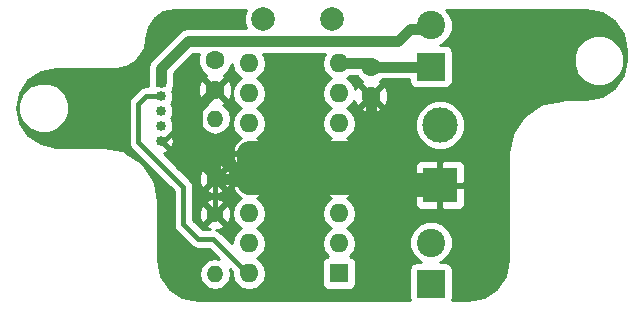
<source format=gtl>
G04 #@! TF.FileFunction,Copper,L1,Top,Signal*
%FSLAX46Y46*%
G04 Gerber Fmt 4.6, Leading zero omitted, Abs format (unit mm)*
G04 Created by KiCad (PCBNEW 4.0.7) date 07/04/19 18:57:09*
%MOMM*%
%LPD*%
G01*
G04 APERTURE LIST*
%ADD10C,0.100000*%
%ADD11C,1.400000*%
%ADD12O,1.400000X1.400000*%
%ADD13C,1.600000*%
%ADD14R,1.600000X1.600000*%
%ADD15O,1.600000X1.600000*%
%ADD16R,2.400000X2.400000*%
%ADD17C,2.400000*%
%ADD18R,0.850000X0.850000*%
%ADD19C,0.850000*%
%ADD20C,2.000000*%
%ADD21R,3.000000X3.000000*%
%ADD22C,3.000000*%
%ADD23C,2.032000*%
%ADD24C,0.914400*%
%ADD25C,0.406400*%
%ADD26C,0.254000*%
G04 APERTURE END LIST*
D10*
D11*
X190498000Y-68365000D03*
D12*
X190498000Y-73445000D03*
D11*
X190498000Y-65365000D03*
D12*
X190498000Y-60285000D03*
D13*
X203708000Y-55880000D03*
X203708000Y-58380000D03*
X190498000Y-55365000D03*
X190498000Y-57865000D03*
D14*
X200998000Y-73365000D03*
D15*
X193378000Y-55585000D03*
X200998000Y-70825000D03*
X193378000Y-58125000D03*
X200998000Y-68285000D03*
X193378000Y-60665000D03*
X200998000Y-65745000D03*
X193378000Y-63205000D03*
X200998000Y-63205000D03*
X193378000Y-65745000D03*
X200998000Y-60665000D03*
X193378000Y-68285000D03*
X200998000Y-58125000D03*
X193378000Y-70825000D03*
X200998000Y-55585000D03*
X193378000Y-73365000D03*
D16*
X208788000Y-55880000D03*
D17*
X208788000Y-52380000D03*
D18*
X185928000Y-57150000D03*
D19*
X185928000Y-58400000D03*
X185928000Y-59650000D03*
X185928000Y-60900000D03*
X185928000Y-62150000D03*
D20*
X194598000Y-51865000D03*
X200398000Y-51865000D03*
D16*
X208788000Y-74295000D03*
D17*
X208788000Y-70795000D03*
D21*
X209550000Y-65913000D03*
D22*
X209550000Y-60833000D03*
D23*
X204472000Y-64391000D02*
X205742000Y-64391000D01*
X207264000Y-65913000D02*
X209550000Y-65913000D01*
X205742000Y-64391000D02*
X207264000Y-65913000D01*
D24*
X203708000Y-58380000D02*
X203708000Y-60960000D01*
X203708000Y-60960000D02*
X200998000Y-63670000D01*
X200998000Y-63670000D02*
X200998000Y-63205000D01*
D25*
X185928000Y-62150000D02*
X186213000Y-62150000D01*
X186213000Y-62150000D02*
X188998000Y-59365000D01*
D24*
X190498000Y-65365000D02*
X192998000Y-65365000D01*
X192998000Y-65365000D02*
X193378000Y-65745000D01*
X190498000Y-57865000D02*
X188998000Y-59365000D01*
X190498000Y-64365000D02*
X190498000Y-65365000D01*
X188998000Y-62865000D02*
X190498000Y-64365000D01*
X188998000Y-59365000D02*
X188998000Y-62865000D01*
D25*
X190498000Y-64865000D02*
X190498000Y-65365000D01*
X192998000Y-65365000D02*
X193378000Y-65745000D01*
X190498000Y-68365000D02*
X190498000Y-65365000D01*
D23*
X200998000Y-65745000D02*
X200998000Y-63205000D01*
X193378000Y-65745000D02*
X193378000Y-63205000D01*
X200998000Y-65745000D02*
X203118000Y-65745000D01*
X203118000Y-65745000D02*
X204472000Y-64391000D01*
X204472000Y-64391000D02*
X204498000Y-64365000D01*
X200998000Y-63205000D02*
X203338000Y-63205000D01*
X203338000Y-63205000D02*
X204498000Y-64365000D01*
X193378000Y-65745000D02*
X200998000Y-65745000D01*
X200998000Y-63205000D02*
X193378000Y-63205000D01*
D24*
X208463000Y-52705000D02*
X207010000Y-52705000D01*
X205994000Y-53721000D02*
X207010000Y-52705000D01*
X185928000Y-56007000D02*
X185928000Y-57150000D01*
X188214000Y-53721000D02*
X185928000Y-56007000D01*
X205994000Y-53721000D02*
X188214000Y-53721000D01*
X208463000Y-52705000D02*
X208788000Y-52380000D01*
X200998000Y-55585000D02*
X203413000Y-55585000D01*
X203413000Y-55585000D02*
X203708000Y-55880000D01*
X203708000Y-55880000D02*
X208788000Y-55880000D01*
D25*
X193378000Y-73365000D02*
X193253000Y-73365000D01*
X193253000Y-73365000D02*
X190373000Y-70485000D01*
X184678000Y-58400000D02*
X185928000Y-58400000D01*
X184023000Y-59055000D02*
X184678000Y-58400000D01*
X184023000Y-62230000D02*
X184023000Y-59055000D01*
X187833000Y-66040000D02*
X184023000Y-62230000D01*
X187833000Y-69215000D02*
X187833000Y-66040000D01*
X189103000Y-70485000D02*
X187833000Y-69215000D01*
X190373000Y-70485000D02*
X189103000Y-70485000D01*
D26*
G36*
X192963284Y-51538352D02*
X192962716Y-52188795D01*
X193144523Y-52628800D01*
X188214000Y-52628800D01*
X187796033Y-52711939D01*
X187441698Y-52948698D01*
X185155698Y-55234698D01*
X184918939Y-55589033D01*
X184835800Y-56007000D01*
X184835800Y-57150000D01*
X184855560Y-57249340D01*
X184855560Y-57561800D01*
X184678000Y-57561800D01*
X184357235Y-57625604D01*
X184085303Y-57807303D01*
X183430303Y-58462303D01*
X183248604Y-58734234D01*
X183238751Y-58783770D01*
X183184800Y-59055000D01*
X183184800Y-62230000D01*
X183248604Y-62550766D01*
X183430303Y-62822697D01*
X186994800Y-66387194D01*
X186994800Y-69215000D01*
X187058604Y-69535766D01*
X187240303Y-69807697D01*
X188510303Y-71077697D01*
X188782234Y-71259396D01*
X189103000Y-71323200D01*
X190025806Y-71323200D01*
X190858076Y-72155470D01*
X190498000Y-72083846D01*
X189987118Y-72185467D01*
X189554012Y-72474858D01*
X189264621Y-72907964D01*
X189163000Y-73418846D01*
X189163000Y-73471154D01*
X189264621Y-73982036D01*
X189554012Y-74415142D01*
X189987118Y-74704533D01*
X190498000Y-74806154D01*
X191008882Y-74704533D01*
X191441988Y-74415142D01*
X191731379Y-73982036D01*
X191833000Y-73471154D01*
X191833000Y-73418846D01*
X191761376Y-73058770D01*
X191940225Y-73237619D01*
X191914887Y-73365000D01*
X192024120Y-73914151D01*
X192335189Y-74379698D01*
X192800736Y-74690767D01*
X193349887Y-74800000D01*
X193406113Y-74800000D01*
X193955264Y-74690767D01*
X194420811Y-74379698D01*
X194731880Y-73914151D01*
X194841113Y-73365000D01*
X194731880Y-72815849D01*
X194420811Y-72350302D01*
X194038725Y-72095000D01*
X194420811Y-71839698D01*
X194731880Y-71374151D01*
X194841113Y-70825000D01*
X194731880Y-70275849D01*
X194420811Y-69810302D01*
X194038725Y-69555000D01*
X194420811Y-69299698D01*
X194731880Y-68834151D01*
X194841113Y-68285000D01*
X199534887Y-68285000D01*
X199644120Y-68834151D01*
X199955189Y-69299698D01*
X200337275Y-69555000D01*
X199955189Y-69810302D01*
X199644120Y-70275849D01*
X199534887Y-70825000D01*
X199644120Y-71374151D01*
X199955189Y-71839698D01*
X200099465Y-71936101D01*
X199962683Y-71961838D01*
X199746559Y-72100910D01*
X199601569Y-72313110D01*
X199550560Y-72565000D01*
X199550560Y-74165000D01*
X199594838Y-74400317D01*
X199733910Y-74616441D01*
X199946110Y-74761431D01*
X200198000Y-74812440D01*
X201798000Y-74812440D01*
X202033317Y-74768162D01*
X202249441Y-74629090D01*
X202394431Y-74416890D01*
X202445440Y-74165000D01*
X202445440Y-72565000D01*
X202401162Y-72329683D01*
X202262090Y-72113559D01*
X202049890Y-71968569D01*
X201894911Y-71937185D01*
X202040811Y-71839698D01*
X202351880Y-71374151D01*
X202461113Y-70825000D01*
X202351880Y-70275849D01*
X202040811Y-69810302D01*
X201658725Y-69555000D01*
X202040811Y-69299698D01*
X202351880Y-68834151D01*
X202461113Y-68285000D01*
X202351880Y-67735849D01*
X202040811Y-67270302D01*
X201636297Y-67000014D01*
X201853134Y-66897389D01*
X202229041Y-66482423D01*
X202346534Y-66198750D01*
X207415000Y-66198750D01*
X207415000Y-67539309D01*
X207511673Y-67772698D01*
X207690301Y-67951327D01*
X207923690Y-68048000D01*
X209264250Y-68048000D01*
X209423000Y-67889250D01*
X209423000Y-66040000D01*
X209677000Y-66040000D01*
X209677000Y-67889250D01*
X209835750Y-68048000D01*
X211176310Y-68048000D01*
X211409699Y-67951327D01*
X211588327Y-67772698D01*
X211685000Y-67539309D01*
X211685000Y-66198750D01*
X211526250Y-66040000D01*
X209677000Y-66040000D01*
X209423000Y-66040000D01*
X207573750Y-66040000D01*
X207415000Y-66198750D01*
X202346534Y-66198750D01*
X202389904Y-66094039D01*
X202267915Y-65872000D01*
X201125000Y-65872000D01*
X201125000Y-65892000D01*
X200871000Y-65892000D01*
X200871000Y-65872000D01*
X199728085Y-65872000D01*
X199606096Y-66094039D01*
X199766959Y-66482423D01*
X200142866Y-66897389D01*
X200359703Y-67000014D01*
X199955189Y-67270302D01*
X199644120Y-67735849D01*
X199534887Y-68285000D01*
X194841113Y-68285000D01*
X194731880Y-67735849D01*
X194420811Y-67270302D01*
X194016297Y-67000014D01*
X194233134Y-66897389D01*
X194609041Y-66482423D01*
X194769904Y-66094039D01*
X194647915Y-65872000D01*
X193505000Y-65872000D01*
X193505000Y-65892000D01*
X193251000Y-65892000D01*
X193251000Y-65872000D01*
X192108085Y-65872000D01*
X191986096Y-66094039D01*
X192146959Y-66482423D01*
X192522866Y-66897389D01*
X192739703Y-67000014D01*
X192335189Y-67270302D01*
X192024120Y-67735849D01*
X191914887Y-68285000D01*
X192024120Y-68834151D01*
X192335189Y-69299698D01*
X192717275Y-69555000D01*
X192335189Y-69810302D01*
X192024120Y-70275849D01*
X191914887Y-70825000D01*
X191918982Y-70845588D01*
X190965697Y-69892303D01*
X190693766Y-69710604D01*
X190617687Y-69695471D01*
X190835440Y-69683664D01*
X191191831Y-69536042D01*
X191253669Y-69300275D01*
X190498000Y-68544605D01*
X189742331Y-69300275D01*
X189804169Y-69536042D01*
X190118748Y-69646800D01*
X189450194Y-69646800D01*
X188671200Y-68867806D01*
X188671200Y-68172122D01*
X189150581Y-68172122D01*
X189179336Y-68702440D01*
X189326958Y-69058831D01*
X189562725Y-69120669D01*
X190318395Y-68365000D01*
X190677605Y-68365000D01*
X191433275Y-69120669D01*
X191669042Y-69058831D01*
X191845419Y-68557878D01*
X191816664Y-68027560D01*
X191669042Y-67671169D01*
X191433275Y-67609331D01*
X190677605Y-68365000D01*
X190318395Y-68365000D01*
X189562725Y-67609331D01*
X189326958Y-67671169D01*
X189150581Y-68172122D01*
X188671200Y-68172122D01*
X188671200Y-67429725D01*
X189742331Y-67429725D01*
X190498000Y-68185395D01*
X191253669Y-67429725D01*
X191191831Y-67193958D01*
X190690878Y-67017581D01*
X190160560Y-67046336D01*
X189804169Y-67193958D01*
X189742331Y-67429725D01*
X188671200Y-67429725D01*
X188671200Y-66300275D01*
X189742331Y-66300275D01*
X189804169Y-66536042D01*
X190305122Y-66712419D01*
X190835440Y-66683664D01*
X191191831Y-66536042D01*
X191253669Y-66300275D01*
X190498000Y-65544605D01*
X189742331Y-66300275D01*
X188671200Y-66300275D01*
X188671200Y-66040000D01*
X188607396Y-65719235D01*
X188425697Y-65447303D01*
X188150516Y-65172122D01*
X189150581Y-65172122D01*
X189179336Y-65702440D01*
X189326958Y-66058831D01*
X189562725Y-66120669D01*
X190318395Y-65365000D01*
X190677605Y-65365000D01*
X191433275Y-66120669D01*
X191669042Y-66058831D01*
X191845419Y-65557878D01*
X191816664Y-65027560D01*
X191669042Y-64671169D01*
X191433275Y-64609331D01*
X190677605Y-65365000D01*
X190318395Y-65365000D01*
X189562725Y-64609331D01*
X189326958Y-64671169D01*
X189150581Y-65172122D01*
X188150516Y-65172122D01*
X187408119Y-64429725D01*
X189742331Y-64429725D01*
X190498000Y-65185395D01*
X191253669Y-64429725D01*
X191191831Y-64193958D01*
X190690878Y-64017581D01*
X190160560Y-64046336D01*
X189804169Y-64193958D01*
X189742331Y-64429725D01*
X187408119Y-64429725D01*
X186532433Y-63554039D01*
X191986096Y-63554039D01*
X192146959Y-63942423D01*
X192522866Y-64357389D01*
X192771367Y-64475000D01*
X192522866Y-64592611D01*
X192146959Y-65007577D01*
X191986096Y-65395961D01*
X192108085Y-65618000D01*
X193251000Y-65618000D01*
X193251000Y-63332000D01*
X193505000Y-63332000D01*
X193505000Y-65618000D01*
X194647915Y-65618000D01*
X194769904Y-65395961D01*
X194609041Y-65007577D01*
X194233134Y-64592611D01*
X193984633Y-64475000D01*
X194233134Y-64357389D01*
X194609041Y-63942423D01*
X194769904Y-63554039D01*
X199606096Y-63554039D01*
X199766959Y-63942423D01*
X200142866Y-64357389D01*
X200391367Y-64475000D01*
X200142866Y-64592611D01*
X199766959Y-65007577D01*
X199606096Y-65395961D01*
X199728085Y-65618000D01*
X200871000Y-65618000D01*
X200871000Y-63332000D01*
X201125000Y-63332000D01*
X201125000Y-65618000D01*
X202267915Y-65618000D01*
X202389904Y-65395961D01*
X202229041Y-65007577D01*
X201853134Y-64592611D01*
X201604633Y-64475000D01*
X201853134Y-64357389D01*
X201917177Y-64286691D01*
X207415000Y-64286691D01*
X207415000Y-65627250D01*
X207573750Y-65786000D01*
X209423000Y-65786000D01*
X209423000Y-63936750D01*
X209677000Y-63936750D01*
X209677000Y-65786000D01*
X211526250Y-65786000D01*
X211685000Y-65627250D01*
X211685000Y-64286691D01*
X211588327Y-64053302D01*
X211409699Y-63874673D01*
X211176310Y-63778000D01*
X209835750Y-63778000D01*
X209677000Y-63936750D01*
X209423000Y-63936750D01*
X209264250Y-63778000D01*
X207923690Y-63778000D01*
X207690301Y-63874673D01*
X207511673Y-64053302D01*
X207415000Y-64286691D01*
X201917177Y-64286691D01*
X202229041Y-63942423D01*
X202389904Y-63554039D01*
X202267915Y-63332000D01*
X201125000Y-63332000D01*
X200871000Y-63332000D01*
X199728085Y-63332000D01*
X199606096Y-63554039D01*
X194769904Y-63554039D01*
X194647915Y-63332000D01*
X193505000Y-63332000D01*
X193251000Y-63332000D01*
X192108085Y-63332000D01*
X191986096Y-63554039D01*
X186532433Y-63554039D01*
X186172440Y-63194046D01*
X186221334Y-63190199D01*
X186456113Y-63092950D01*
X186483948Y-62885553D01*
X185928000Y-62329605D01*
X185913858Y-62343748D01*
X185734253Y-62164143D01*
X185748395Y-62150000D01*
X185734253Y-62135858D01*
X185910125Y-61959985D01*
X185917597Y-61959992D01*
X185928000Y-61970395D01*
X185938385Y-61960010D01*
X185945907Y-61960017D01*
X186121748Y-62135858D01*
X186107605Y-62150000D01*
X186663553Y-62705948D01*
X186870950Y-62678113D01*
X187001272Y-62277061D01*
X186968199Y-61856666D01*
X186870950Y-61621887D01*
X186724869Y-61602281D01*
X186826101Y-61501226D01*
X186987816Y-61111772D01*
X186988184Y-60690078D01*
X186827149Y-60300342D01*
X186802068Y-60275217D01*
X186818467Y-60258846D01*
X189163000Y-60258846D01*
X189163000Y-60311154D01*
X189264621Y-60822036D01*
X189554012Y-61255142D01*
X189987118Y-61544533D01*
X190498000Y-61646154D01*
X191008882Y-61544533D01*
X191441988Y-61255142D01*
X191731379Y-60822036D01*
X191833000Y-60311154D01*
X191833000Y-60258846D01*
X191731379Y-59747964D01*
X191441988Y-59314858D01*
X191188209Y-59145289D01*
X191252005Y-59118864D01*
X191326139Y-58872745D01*
X190498000Y-58044605D01*
X189669861Y-58872745D01*
X189743995Y-59118864D01*
X189811191Y-59143017D01*
X189554012Y-59314858D01*
X189264621Y-59747964D01*
X189163000Y-60258846D01*
X186818467Y-60258846D01*
X186826101Y-60251226D01*
X186987816Y-59861772D01*
X186988184Y-59440078D01*
X186827149Y-59050342D01*
X186802068Y-59025217D01*
X186826101Y-59001226D01*
X186987816Y-58611772D01*
X186988184Y-58190078D01*
X186880065Y-57928410D01*
X186949431Y-57826890D01*
X186985611Y-57648223D01*
X189051035Y-57648223D01*
X189078222Y-58218454D01*
X189244136Y-58619005D01*
X189490255Y-58693139D01*
X190318395Y-57865000D01*
X189490255Y-57036861D01*
X189244136Y-57110995D01*
X189051035Y-57648223D01*
X186985611Y-57648223D01*
X187000440Y-57575000D01*
X187000440Y-57249340D01*
X187020200Y-57150000D01*
X187020200Y-56459404D01*
X188666404Y-54813200D01*
X189173333Y-54813200D01*
X189063250Y-55078309D01*
X189062752Y-55649187D01*
X189280757Y-56176800D01*
X189684077Y-56580824D01*
X189750544Y-56608423D01*
X189743995Y-56611136D01*
X189669861Y-56857255D01*
X190498000Y-57685395D01*
X191326139Y-56857255D01*
X191252005Y-56611136D01*
X191245517Y-56608804D01*
X191309800Y-56582243D01*
X191713824Y-56178923D01*
X191929642Y-55659177D01*
X192024120Y-56134151D01*
X192335189Y-56599698D01*
X192717275Y-56855000D01*
X192335189Y-57110302D01*
X192024120Y-57575849D01*
X191940812Y-57994667D01*
X191917778Y-57511546D01*
X191751864Y-57110995D01*
X191505745Y-57036861D01*
X190677605Y-57865000D01*
X191505745Y-58693139D01*
X191751864Y-58619005D01*
X191920068Y-58151044D01*
X192024120Y-58674151D01*
X192335189Y-59139698D01*
X192717275Y-59395000D01*
X192335189Y-59650302D01*
X192024120Y-60115849D01*
X191914887Y-60665000D01*
X192024120Y-61214151D01*
X192335189Y-61679698D01*
X192739703Y-61949986D01*
X192522866Y-62052611D01*
X192146959Y-62467577D01*
X191986096Y-62855961D01*
X192108085Y-63078000D01*
X193251000Y-63078000D01*
X193251000Y-63058000D01*
X193505000Y-63058000D01*
X193505000Y-63078000D01*
X194647915Y-63078000D01*
X194769904Y-62855961D01*
X194609041Y-62467577D01*
X194233134Y-62052611D01*
X194016297Y-61949986D01*
X194420811Y-61679698D01*
X194731880Y-61214151D01*
X194841113Y-60665000D01*
X194731880Y-60115849D01*
X194420811Y-59650302D01*
X194038725Y-59395000D01*
X194420811Y-59139698D01*
X194731880Y-58674151D01*
X194841113Y-58125000D01*
X194731880Y-57575849D01*
X194420811Y-57110302D01*
X194038725Y-56855000D01*
X194420811Y-56599698D01*
X194731880Y-56134151D01*
X194841113Y-55585000D01*
X194731880Y-55035849D01*
X194583110Y-54813200D01*
X199792890Y-54813200D01*
X199644120Y-55035849D01*
X199534887Y-55585000D01*
X199644120Y-56134151D01*
X199955189Y-56599698D01*
X200337275Y-56855000D01*
X199955189Y-57110302D01*
X199644120Y-57575849D01*
X199534887Y-58125000D01*
X199644120Y-58674151D01*
X199955189Y-59139698D01*
X200337275Y-59395000D01*
X199955189Y-59650302D01*
X199644120Y-60115849D01*
X199534887Y-60665000D01*
X199644120Y-61214151D01*
X199955189Y-61679698D01*
X200359703Y-61949986D01*
X200142866Y-62052611D01*
X199766959Y-62467577D01*
X199606096Y-62855961D01*
X199728085Y-63078000D01*
X200871000Y-63078000D01*
X200871000Y-63058000D01*
X201125000Y-63058000D01*
X201125000Y-63078000D01*
X202267915Y-63078000D01*
X202389904Y-62855961D01*
X202229041Y-62467577D01*
X201853134Y-62052611D01*
X201636297Y-61949986D01*
X202040811Y-61679698D01*
X202324040Y-61255815D01*
X207414630Y-61255815D01*
X207738980Y-62040800D01*
X208339041Y-62641909D01*
X209123459Y-62967628D01*
X209972815Y-62968370D01*
X210757800Y-62644020D01*
X211358909Y-62043959D01*
X211684628Y-61259541D01*
X211685370Y-60410185D01*
X211361020Y-59625200D01*
X210760959Y-59024091D01*
X209976541Y-58698372D01*
X209127185Y-58697630D01*
X208342200Y-59021980D01*
X207741091Y-59622041D01*
X207415372Y-60406459D01*
X207414630Y-61255815D01*
X202324040Y-61255815D01*
X202351880Y-61214151D01*
X202461113Y-60665000D01*
X202351880Y-60115849D01*
X202040811Y-59650302D01*
X201658725Y-59395000D01*
X201669582Y-59387745D01*
X202879861Y-59387745D01*
X202953995Y-59633864D01*
X203491223Y-59826965D01*
X204061454Y-59799778D01*
X204462005Y-59633864D01*
X204536139Y-59387745D01*
X203708000Y-58559605D01*
X202879861Y-59387745D01*
X201669582Y-59387745D01*
X202040811Y-59139698D01*
X202297419Y-58755658D01*
X202454136Y-59134005D01*
X202700255Y-59208139D01*
X203528395Y-58380000D01*
X203887605Y-58380000D01*
X204715745Y-59208139D01*
X204961864Y-59134005D01*
X205154965Y-58596777D01*
X205127778Y-58026546D01*
X204961864Y-57625995D01*
X204715745Y-57551861D01*
X203887605Y-58380000D01*
X203528395Y-58380000D01*
X202700255Y-57551861D01*
X202454136Y-57625995D01*
X202394730Y-57791269D01*
X202351880Y-57575849D01*
X202040811Y-57110302D01*
X201658725Y-56855000D01*
X201924821Y-56677200D01*
X202484724Y-56677200D01*
X202490757Y-56691800D01*
X202894077Y-57095824D01*
X202960544Y-57123423D01*
X202953995Y-57126136D01*
X202879861Y-57372255D01*
X203708000Y-58200395D01*
X204536139Y-57372255D01*
X204462005Y-57126136D01*
X204455517Y-57123804D01*
X204519800Y-57097243D01*
X204645061Y-56972200D01*
X206940560Y-56972200D01*
X206940560Y-57080000D01*
X206984838Y-57315317D01*
X207123910Y-57531441D01*
X207336110Y-57676431D01*
X207588000Y-57727440D01*
X209988000Y-57727440D01*
X210223317Y-57683162D01*
X210439441Y-57544090D01*
X210584431Y-57331890D01*
X210635440Y-57080000D01*
X210635440Y-55787815D01*
X220862630Y-55787815D01*
X221186980Y-56572800D01*
X221787041Y-57173909D01*
X222571459Y-57499628D01*
X223420815Y-57500370D01*
X224205800Y-57176020D01*
X224806909Y-56575959D01*
X225132628Y-55791541D01*
X225133370Y-54942185D01*
X224809020Y-54157200D01*
X224208959Y-53556091D01*
X223424541Y-53230372D01*
X222575185Y-53229630D01*
X221790200Y-53553980D01*
X221189091Y-54154041D01*
X220863372Y-54938459D01*
X220862630Y-55787815D01*
X210635440Y-55787815D01*
X210635440Y-54680000D01*
X210591162Y-54444683D01*
X210452090Y-54228559D01*
X210239890Y-54083569D01*
X209988000Y-54032560D01*
X209593712Y-54032560D01*
X209826086Y-53936545D01*
X210342730Y-53420801D01*
X210622681Y-52746605D01*
X210623318Y-52016597D01*
X210344545Y-51341914D01*
X210078096Y-51075000D01*
X221928069Y-51075000D01*
X223251707Y-51338288D01*
X224314546Y-52048454D01*
X225024712Y-53111295D01*
X225288000Y-54434931D01*
X225288000Y-55295069D01*
X225024712Y-56618705D01*
X224314546Y-57681546D01*
X223251707Y-58391712D01*
X221928069Y-58655000D01*
X219998000Y-58655000D01*
X219929416Y-58668642D01*
X218328752Y-58973124D01*
X218072811Y-59079139D01*
X216775118Y-59946230D01*
X216579229Y-60142118D01*
X215712139Y-61439811D01*
X215606124Y-61695752D01*
X215301642Y-63226486D01*
X215301642Y-63296416D01*
X215288000Y-63365000D01*
X215288000Y-72295069D01*
X215024712Y-73618705D01*
X214314546Y-74681546D01*
X213251707Y-75391712D01*
X211928069Y-75655000D01*
X210603039Y-75655000D01*
X210635440Y-75495000D01*
X210635440Y-73095000D01*
X210591162Y-72859683D01*
X210452090Y-72643559D01*
X210239890Y-72498569D01*
X209988000Y-72447560D01*
X209593712Y-72447560D01*
X209826086Y-72351545D01*
X210342730Y-71835801D01*
X210622681Y-71161605D01*
X210623318Y-70431597D01*
X210344545Y-69756914D01*
X209828801Y-69240270D01*
X209154605Y-68960319D01*
X208424597Y-68959682D01*
X207749914Y-69238455D01*
X207233270Y-69754199D01*
X206953319Y-70428395D01*
X206952682Y-71158403D01*
X207231455Y-71833086D01*
X207747199Y-72349730D01*
X207982799Y-72447560D01*
X207588000Y-72447560D01*
X207352683Y-72491838D01*
X207136559Y-72630910D01*
X206991569Y-72843110D01*
X206940560Y-73095000D01*
X206940560Y-75495000D01*
X206970666Y-75655000D01*
X189067931Y-75655000D01*
X187744295Y-75391712D01*
X186681454Y-74681546D01*
X185971288Y-73618707D01*
X185708000Y-72295069D01*
X185708000Y-67365000D01*
X185694358Y-67296416D01*
X185694358Y-67226486D01*
X185389876Y-65695752D01*
X185283861Y-65439811D01*
X184416770Y-64142118D01*
X184320988Y-64046336D01*
X184220882Y-63946229D01*
X182923189Y-63079139D01*
X182896780Y-63068200D01*
X182667248Y-62973124D01*
X181136514Y-62668642D01*
X181066584Y-62668642D01*
X180998000Y-62655000D01*
X177067931Y-62655000D01*
X175744295Y-62391712D01*
X174681454Y-61681546D01*
X173971288Y-60618707D01*
X173806014Y-59787815D01*
X173862630Y-59787815D01*
X174186980Y-60572800D01*
X174787041Y-61173909D01*
X175571459Y-61499628D01*
X176420815Y-61500370D01*
X177205800Y-61176020D01*
X177806909Y-60575959D01*
X178132628Y-59791541D01*
X178133370Y-58942185D01*
X177809020Y-58157200D01*
X177208959Y-57556091D01*
X176424541Y-57230372D01*
X175575185Y-57229630D01*
X174790200Y-57553980D01*
X174189091Y-58154041D01*
X173863372Y-58938459D01*
X173862630Y-59787815D01*
X173806014Y-59787815D01*
X173721910Y-59365000D01*
X173971288Y-58111293D01*
X174681454Y-57048454D01*
X175744295Y-56338288D01*
X177067931Y-56075000D01*
X181998000Y-56075000D01*
X182066584Y-56061358D01*
X182136514Y-56061358D01*
X182901881Y-55909117D01*
X183157821Y-55803103D01*
X183806668Y-55369558D01*
X184002558Y-55173668D01*
X184436103Y-54524822D01*
X184502303Y-54365000D01*
X184542117Y-54268881D01*
X184694356Y-53503518D01*
X184694358Y-53503514D01*
X184895167Y-52493977D01*
X185388561Y-51755561D01*
X186126977Y-51262167D01*
X187067931Y-51075000D01*
X193155684Y-51075000D01*
X192963284Y-51538352D01*
X192963284Y-51538352D01*
G37*
X192963284Y-51538352D02*
X192962716Y-52188795D01*
X193144523Y-52628800D01*
X188214000Y-52628800D01*
X187796033Y-52711939D01*
X187441698Y-52948698D01*
X185155698Y-55234698D01*
X184918939Y-55589033D01*
X184835800Y-56007000D01*
X184835800Y-57150000D01*
X184855560Y-57249340D01*
X184855560Y-57561800D01*
X184678000Y-57561800D01*
X184357235Y-57625604D01*
X184085303Y-57807303D01*
X183430303Y-58462303D01*
X183248604Y-58734234D01*
X183238751Y-58783770D01*
X183184800Y-59055000D01*
X183184800Y-62230000D01*
X183248604Y-62550766D01*
X183430303Y-62822697D01*
X186994800Y-66387194D01*
X186994800Y-69215000D01*
X187058604Y-69535766D01*
X187240303Y-69807697D01*
X188510303Y-71077697D01*
X188782234Y-71259396D01*
X189103000Y-71323200D01*
X190025806Y-71323200D01*
X190858076Y-72155470D01*
X190498000Y-72083846D01*
X189987118Y-72185467D01*
X189554012Y-72474858D01*
X189264621Y-72907964D01*
X189163000Y-73418846D01*
X189163000Y-73471154D01*
X189264621Y-73982036D01*
X189554012Y-74415142D01*
X189987118Y-74704533D01*
X190498000Y-74806154D01*
X191008882Y-74704533D01*
X191441988Y-74415142D01*
X191731379Y-73982036D01*
X191833000Y-73471154D01*
X191833000Y-73418846D01*
X191761376Y-73058770D01*
X191940225Y-73237619D01*
X191914887Y-73365000D01*
X192024120Y-73914151D01*
X192335189Y-74379698D01*
X192800736Y-74690767D01*
X193349887Y-74800000D01*
X193406113Y-74800000D01*
X193955264Y-74690767D01*
X194420811Y-74379698D01*
X194731880Y-73914151D01*
X194841113Y-73365000D01*
X194731880Y-72815849D01*
X194420811Y-72350302D01*
X194038725Y-72095000D01*
X194420811Y-71839698D01*
X194731880Y-71374151D01*
X194841113Y-70825000D01*
X194731880Y-70275849D01*
X194420811Y-69810302D01*
X194038725Y-69555000D01*
X194420811Y-69299698D01*
X194731880Y-68834151D01*
X194841113Y-68285000D01*
X199534887Y-68285000D01*
X199644120Y-68834151D01*
X199955189Y-69299698D01*
X200337275Y-69555000D01*
X199955189Y-69810302D01*
X199644120Y-70275849D01*
X199534887Y-70825000D01*
X199644120Y-71374151D01*
X199955189Y-71839698D01*
X200099465Y-71936101D01*
X199962683Y-71961838D01*
X199746559Y-72100910D01*
X199601569Y-72313110D01*
X199550560Y-72565000D01*
X199550560Y-74165000D01*
X199594838Y-74400317D01*
X199733910Y-74616441D01*
X199946110Y-74761431D01*
X200198000Y-74812440D01*
X201798000Y-74812440D01*
X202033317Y-74768162D01*
X202249441Y-74629090D01*
X202394431Y-74416890D01*
X202445440Y-74165000D01*
X202445440Y-72565000D01*
X202401162Y-72329683D01*
X202262090Y-72113559D01*
X202049890Y-71968569D01*
X201894911Y-71937185D01*
X202040811Y-71839698D01*
X202351880Y-71374151D01*
X202461113Y-70825000D01*
X202351880Y-70275849D01*
X202040811Y-69810302D01*
X201658725Y-69555000D01*
X202040811Y-69299698D01*
X202351880Y-68834151D01*
X202461113Y-68285000D01*
X202351880Y-67735849D01*
X202040811Y-67270302D01*
X201636297Y-67000014D01*
X201853134Y-66897389D01*
X202229041Y-66482423D01*
X202346534Y-66198750D01*
X207415000Y-66198750D01*
X207415000Y-67539309D01*
X207511673Y-67772698D01*
X207690301Y-67951327D01*
X207923690Y-68048000D01*
X209264250Y-68048000D01*
X209423000Y-67889250D01*
X209423000Y-66040000D01*
X209677000Y-66040000D01*
X209677000Y-67889250D01*
X209835750Y-68048000D01*
X211176310Y-68048000D01*
X211409699Y-67951327D01*
X211588327Y-67772698D01*
X211685000Y-67539309D01*
X211685000Y-66198750D01*
X211526250Y-66040000D01*
X209677000Y-66040000D01*
X209423000Y-66040000D01*
X207573750Y-66040000D01*
X207415000Y-66198750D01*
X202346534Y-66198750D01*
X202389904Y-66094039D01*
X202267915Y-65872000D01*
X201125000Y-65872000D01*
X201125000Y-65892000D01*
X200871000Y-65892000D01*
X200871000Y-65872000D01*
X199728085Y-65872000D01*
X199606096Y-66094039D01*
X199766959Y-66482423D01*
X200142866Y-66897389D01*
X200359703Y-67000014D01*
X199955189Y-67270302D01*
X199644120Y-67735849D01*
X199534887Y-68285000D01*
X194841113Y-68285000D01*
X194731880Y-67735849D01*
X194420811Y-67270302D01*
X194016297Y-67000014D01*
X194233134Y-66897389D01*
X194609041Y-66482423D01*
X194769904Y-66094039D01*
X194647915Y-65872000D01*
X193505000Y-65872000D01*
X193505000Y-65892000D01*
X193251000Y-65892000D01*
X193251000Y-65872000D01*
X192108085Y-65872000D01*
X191986096Y-66094039D01*
X192146959Y-66482423D01*
X192522866Y-66897389D01*
X192739703Y-67000014D01*
X192335189Y-67270302D01*
X192024120Y-67735849D01*
X191914887Y-68285000D01*
X192024120Y-68834151D01*
X192335189Y-69299698D01*
X192717275Y-69555000D01*
X192335189Y-69810302D01*
X192024120Y-70275849D01*
X191914887Y-70825000D01*
X191918982Y-70845588D01*
X190965697Y-69892303D01*
X190693766Y-69710604D01*
X190617687Y-69695471D01*
X190835440Y-69683664D01*
X191191831Y-69536042D01*
X191253669Y-69300275D01*
X190498000Y-68544605D01*
X189742331Y-69300275D01*
X189804169Y-69536042D01*
X190118748Y-69646800D01*
X189450194Y-69646800D01*
X188671200Y-68867806D01*
X188671200Y-68172122D01*
X189150581Y-68172122D01*
X189179336Y-68702440D01*
X189326958Y-69058831D01*
X189562725Y-69120669D01*
X190318395Y-68365000D01*
X190677605Y-68365000D01*
X191433275Y-69120669D01*
X191669042Y-69058831D01*
X191845419Y-68557878D01*
X191816664Y-68027560D01*
X191669042Y-67671169D01*
X191433275Y-67609331D01*
X190677605Y-68365000D01*
X190318395Y-68365000D01*
X189562725Y-67609331D01*
X189326958Y-67671169D01*
X189150581Y-68172122D01*
X188671200Y-68172122D01*
X188671200Y-67429725D01*
X189742331Y-67429725D01*
X190498000Y-68185395D01*
X191253669Y-67429725D01*
X191191831Y-67193958D01*
X190690878Y-67017581D01*
X190160560Y-67046336D01*
X189804169Y-67193958D01*
X189742331Y-67429725D01*
X188671200Y-67429725D01*
X188671200Y-66300275D01*
X189742331Y-66300275D01*
X189804169Y-66536042D01*
X190305122Y-66712419D01*
X190835440Y-66683664D01*
X191191831Y-66536042D01*
X191253669Y-66300275D01*
X190498000Y-65544605D01*
X189742331Y-66300275D01*
X188671200Y-66300275D01*
X188671200Y-66040000D01*
X188607396Y-65719235D01*
X188425697Y-65447303D01*
X188150516Y-65172122D01*
X189150581Y-65172122D01*
X189179336Y-65702440D01*
X189326958Y-66058831D01*
X189562725Y-66120669D01*
X190318395Y-65365000D01*
X190677605Y-65365000D01*
X191433275Y-66120669D01*
X191669042Y-66058831D01*
X191845419Y-65557878D01*
X191816664Y-65027560D01*
X191669042Y-64671169D01*
X191433275Y-64609331D01*
X190677605Y-65365000D01*
X190318395Y-65365000D01*
X189562725Y-64609331D01*
X189326958Y-64671169D01*
X189150581Y-65172122D01*
X188150516Y-65172122D01*
X187408119Y-64429725D01*
X189742331Y-64429725D01*
X190498000Y-65185395D01*
X191253669Y-64429725D01*
X191191831Y-64193958D01*
X190690878Y-64017581D01*
X190160560Y-64046336D01*
X189804169Y-64193958D01*
X189742331Y-64429725D01*
X187408119Y-64429725D01*
X186532433Y-63554039D01*
X191986096Y-63554039D01*
X192146959Y-63942423D01*
X192522866Y-64357389D01*
X192771367Y-64475000D01*
X192522866Y-64592611D01*
X192146959Y-65007577D01*
X191986096Y-65395961D01*
X192108085Y-65618000D01*
X193251000Y-65618000D01*
X193251000Y-63332000D01*
X193505000Y-63332000D01*
X193505000Y-65618000D01*
X194647915Y-65618000D01*
X194769904Y-65395961D01*
X194609041Y-65007577D01*
X194233134Y-64592611D01*
X193984633Y-64475000D01*
X194233134Y-64357389D01*
X194609041Y-63942423D01*
X194769904Y-63554039D01*
X199606096Y-63554039D01*
X199766959Y-63942423D01*
X200142866Y-64357389D01*
X200391367Y-64475000D01*
X200142866Y-64592611D01*
X199766959Y-65007577D01*
X199606096Y-65395961D01*
X199728085Y-65618000D01*
X200871000Y-65618000D01*
X200871000Y-63332000D01*
X201125000Y-63332000D01*
X201125000Y-65618000D01*
X202267915Y-65618000D01*
X202389904Y-65395961D01*
X202229041Y-65007577D01*
X201853134Y-64592611D01*
X201604633Y-64475000D01*
X201853134Y-64357389D01*
X201917177Y-64286691D01*
X207415000Y-64286691D01*
X207415000Y-65627250D01*
X207573750Y-65786000D01*
X209423000Y-65786000D01*
X209423000Y-63936750D01*
X209677000Y-63936750D01*
X209677000Y-65786000D01*
X211526250Y-65786000D01*
X211685000Y-65627250D01*
X211685000Y-64286691D01*
X211588327Y-64053302D01*
X211409699Y-63874673D01*
X211176310Y-63778000D01*
X209835750Y-63778000D01*
X209677000Y-63936750D01*
X209423000Y-63936750D01*
X209264250Y-63778000D01*
X207923690Y-63778000D01*
X207690301Y-63874673D01*
X207511673Y-64053302D01*
X207415000Y-64286691D01*
X201917177Y-64286691D01*
X202229041Y-63942423D01*
X202389904Y-63554039D01*
X202267915Y-63332000D01*
X201125000Y-63332000D01*
X200871000Y-63332000D01*
X199728085Y-63332000D01*
X199606096Y-63554039D01*
X194769904Y-63554039D01*
X194647915Y-63332000D01*
X193505000Y-63332000D01*
X193251000Y-63332000D01*
X192108085Y-63332000D01*
X191986096Y-63554039D01*
X186532433Y-63554039D01*
X186172440Y-63194046D01*
X186221334Y-63190199D01*
X186456113Y-63092950D01*
X186483948Y-62885553D01*
X185928000Y-62329605D01*
X185913858Y-62343748D01*
X185734253Y-62164143D01*
X185748395Y-62150000D01*
X185734253Y-62135858D01*
X185910125Y-61959985D01*
X185917597Y-61959992D01*
X185928000Y-61970395D01*
X185938385Y-61960010D01*
X185945907Y-61960017D01*
X186121748Y-62135858D01*
X186107605Y-62150000D01*
X186663553Y-62705948D01*
X186870950Y-62678113D01*
X187001272Y-62277061D01*
X186968199Y-61856666D01*
X186870950Y-61621887D01*
X186724869Y-61602281D01*
X186826101Y-61501226D01*
X186987816Y-61111772D01*
X186988184Y-60690078D01*
X186827149Y-60300342D01*
X186802068Y-60275217D01*
X186818467Y-60258846D01*
X189163000Y-60258846D01*
X189163000Y-60311154D01*
X189264621Y-60822036D01*
X189554012Y-61255142D01*
X189987118Y-61544533D01*
X190498000Y-61646154D01*
X191008882Y-61544533D01*
X191441988Y-61255142D01*
X191731379Y-60822036D01*
X191833000Y-60311154D01*
X191833000Y-60258846D01*
X191731379Y-59747964D01*
X191441988Y-59314858D01*
X191188209Y-59145289D01*
X191252005Y-59118864D01*
X191326139Y-58872745D01*
X190498000Y-58044605D01*
X189669861Y-58872745D01*
X189743995Y-59118864D01*
X189811191Y-59143017D01*
X189554012Y-59314858D01*
X189264621Y-59747964D01*
X189163000Y-60258846D01*
X186818467Y-60258846D01*
X186826101Y-60251226D01*
X186987816Y-59861772D01*
X186988184Y-59440078D01*
X186827149Y-59050342D01*
X186802068Y-59025217D01*
X186826101Y-59001226D01*
X186987816Y-58611772D01*
X186988184Y-58190078D01*
X186880065Y-57928410D01*
X186949431Y-57826890D01*
X186985611Y-57648223D01*
X189051035Y-57648223D01*
X189078222Y-58218454D01*
X189244136Y-58619005D01*
X189490255Y-58693139D01*
X190318395Y-57865000D01*
X189490255Y-57036861D01*
X189244136Y-57110995D01*
X189051035Y-57648223D01*
X186985611Y-57648223D01*
X187000440Y-57575000D01*
X187000440Y-57249340D01*
X187020200Y-57150000D01*
X187020200Y-56459404D01*
X188666404Y-54813200D01*
X189173333Y-54813200D01*
X189063250Y-55078309D01*
X189062752Y-55649187D01*
X189280757Y-56176800D01*
X189684077Y-56580824D01*
X189750544Y-56608423D01*
X189743995Y-56611136D01*
X189669861Y-56857255D01*
X190498000Y-57685395D01*
X191326139Y-56857255D01*
X191252005Y-56611136D01*
X191245517Y-56608804D01*
X191309800Y-56582243D01*
X191713824Y-56178923D01*
X191929642Y-55659177D01*
X192024120Y-56134151D01*
X192335189Y-56599698D01*
X192717275Y-56855000D01*
X192335189Y-57110302D01*
X192024120Y-57575849D01*
X191940812Y-57994667D01*
X191917778Y-57511546D01*
X191751864Y-57110995D01*
X191505745Y-57036861D01*
X190677605Y-57865000D01*
X191505745Y-58693139D01*
X191751864Y-58619005D01*
X191920068Y-58151044D01*
X192024120Y-58674151D01*
X192335189Y-59139698D01*
X192717275Y-59395000D01*
X192335189Y-59650302D01*
X192024120Y-60115849D01*
X191914887Y-60665000D01*
X192024120Y-61214151D01*
X192335189Y-61679698D01*
X192739703Y-61949986D01*
X192522866Y-62052611D01*
X192146959Y-62467577D01*
X191986096Y-62855961D01*
X192108085Y-63078000D01*
X193251000Y-63078000D01*
X193251000Y-63058000D01*
X193505000Y-63058000D01*
X193505000Y-63078000D01*
X194647915Y-63078000D01*
X194769904Y-62855961D01*
X194609041Y-62467577D01*
X194233134Y-62052611D01*
X194016297Y-61949986D01*
X194420811Y-61679698D01*
X194731880Y-61214151D01*
X194841113Y-60665000D01*
X194731880Y-60115849D01*
X194420811Y-59650302D01*
X194038725Y-59395000D01*
X194420811Y-59139698D01*
X194731880Y-58674151D01*
X194841113Y-58125000D01*
X194731880Y-57575849D01*
X194420811Y-57110302D01*
X194038725Y-56855000D01*
X194420811Y-56599698D01*
X194731880Y-56134151D01*
X194841113Y-55585000D01*
X194731880Y-55035849D01*
X194583110Y-54813200D01*
X199792890Y-54813200D01*
X199644120Y-55035849D01*
X199534887Y-55585000D01*
X199644120Y-56134151D01*
X199955189Y-56599698D01*
X200337275Y-56855000D01*
X199955189Y-57110302D01*
X199644120Y-57575849D01*
X199534887Y-58125000D01*
X199644120Y-58674151D01*
X199955189Y-59139698D01*
X200337275Y-59395000D01*
X199955189Y-59650302D01*
X199644120Y-60115849D01*
X199534887Y-60665000D01*
X199644120Y-61214151D01*
X199955189Y-61679698D01*
X200359703Y-61949986D01*
X200142866Y-62052611D01*
X199766959Y-62467577D01*
X199606096Y-62855961D01*
X199728085Y-63078000D01*
X200871000Y-63078000D01*
X200871000Y-63058000D01*
X201125000Y-63058000D01*
X201125000Y-63078000D01*
X202267915Y-63078000D01*
X202389904Y-62855961D01*
X202229041Y-62467577D01*
X201853134Y-62052611D01*
X201636297Y-61949986D01*
X202040811Y-61679698D01*
X202324040Y-61255815D01*
X207414630Y-61255815D01*
X207738980Y-62040800D01*
X208339041Y-62641909D01*
X209123459Y-62967628D01*
X209972815Y-62968370D01*
X210757800Y-62644020D01*
X211358909Y-62043959D01*
X211684628Y-61259541D01*
X211685370Y-60410185D01*
X211361020Y-59625200D01*
X210760959Y-59024091D01*
X209976541Y-58698372D01*
X209127185Y-58697630D01*
X208342200Y-59021980D01*
X207741091Y-59622041D01*
X207415372Y-60406459D01*
X207414630Y-61255815D01*
X202324040Y-61255815D01*
X202351880Y-61214151D01*
X202461113Y-60665000D01*
X202351880Y-60115849D01*
X202040811Y-59650302D01*
X201658725Y-59395000D01*
X201669582Y-59387745D01*
X202879861Y-59387745D01*
X202953995Y-59633864D01*
X203491223Y-59826965D01*
X204061454Y-59799778D01*
X204462005Y-59633864D01*
X204536139Y-59387745D01*
X203708000Y-58559605D01*
X202879861Y-59387745D01*
X201669582Y-59387745D01*
X202040811Y-59139698D01*
X202297419Y-58755658D01*
X202454136Y-59134005D01*
X202700255Y-59208139D01*
X203528395Y-58380000D01*
X203887605Y-58380000D01*
X204715745Y-59208139D01*
X204961864Y-59134005D01*
X205154965Y-58596777D01*
X205127778Y-58026546D01*
X204961864Y-57625995D01*
X204715745Y-57551861D01*
X203887605Y-58380000D01*
X203528395Y-58380000D01*
X202700255Y-57551861D01*
X202454136Y-57625995D01*
X202394730Y-57791269D01*
X202351880Y-57575849D01*
X202040811Y-57110302D01*
X201658725Y-56855000D01*
X201924821Y-56677200D01*
X202484724Y-56677200D01*
X202490757Y-56691800D01*
X202894077Y-57095824D01*
X202960544Y-57123423D01*
X202953995Y-57126136D01*
X202879861Y-57372255D01*
X203708000Y-58200395D01*
X204536139Y-57372255D01*
X204462005Y-57126136D01*
X204455517Y-57123804D01*
X204519800Y-57097243D01*
X204645061Y-56972200D01*
X206940560Y-56972200D01*
X206940560Y-57080000D01*
X206984838Y-57315317D01*
X207123910Y-57531441D01*
X207336110Y-57676431D01*
X207588000Y-57727440D01*
X209988000Y-57727440D01*
X210223317Y-57683162D01*
X210439441Y-57544090D01*
X210584431Y-57331890D01*
X210635440Y-57080000D01*
X210635440Y-55787815D01*
X220862630Y-55787815D01*
X221186980Y-56572800D01*
X221787041Y-57173909D01*
X222571459Y-57499628D01*
X223420815Y-57500370D01*
X224205800Y-57176020D01*
X224806909Y-56575959D01*
X225132628Y-55791541D01*
X225133370Y-54942185D01*
X224809020Y-54157200D01*
X224208959Y-53556091D01*
X223424541Y-53230372D01*
X222575185Y-53229630D01*
X221790200Y-53553980D01*
X221189091Y-54154041D01*
X220863372Y-54938459D01*
X220862630Y-55787815D01*
X210635440Y-55787815D01*
X210635440Y-54680000D01*
X210591162Y-54444683D01*
X210452090Y-54228559D01*
X210239890Y-54083569D01*
X209988000Y-54032560D01*
X209593712Y-54032560D01*
X209826086Y-53936545D01*
X210342730Y-53420801D01*
X210622681Y-52746605D01*
X210623318Y-52016597D01*
X210344545Y-51341914D01*
X210078096Y-51075000D01*
X221928069Y-51075000D01*
X223251707Y-51338288D01*
X224314546Y-52048454D01*
X225024712Y-53111295D01*
X225288000Y-54434931D01*
X225288000Y-55295069D01*
X225024712Y-56618705D01*
X224314546Y-57681546D01*
X223251707Y-58391712D01*
X221928069Y-58655000D01*
X219998000Y-58655000D01*
X219929416Y-58668642D01*
X218328752Y-58973124D01*
X218072811Y-59079139D01*
X216775118Y-59946230D01*
X216579229Y-60142118D01*
X215712139Y-61439811D01*
X215606124Y-61695752D01*
X215301642Y-63226486D01*
X215301642Y-63296416D01*
X215288000Y-63365000D01*
X215288000Y-72295069D01*
X215024712Y-73618705D01*
X214314546Y-74681546D01*
X213251707Y-75391712D01*
X211928069Y-75655000D01*
X210603039Y-75655000D01*
X210635440Y-75495000D01*
X210635440Y-73095000D01*
X210591162Y-72859683D01*
X210452090Y-72643559D01*
X210239890Y-72498569D01*
X209988000Y-72447560D01*
X209593712Y-72447560D01*
X209826086Y-72351545D01*
X210342730Y-71835801D01*
X210622681Y-71161605D01*
X210623318Y-70431597D01*
X210344545Y-69756914D01*
X209828801Y-69240270D01*
X209154605Y-68960319D01*
X208424597Y-68959682D01*
X207749914Y-69238455D01*
X207233270Y-69754199D01*
X206953319Y-70428395D01*
X206952682Y-71158403D01*
X207231455Y-71833086D01*
X207747199Y-72349730D01*
X207982799Y-72447560D01*
X207588000Y-72447560D01*
X207352683Y-72491838D01*
X207136559Y-72630910D01*
X206991569Y-72843110D01*
X206940560Y-73095000D01*
X206940560Y-75495000D01*
X206970666Y-75655000D01*
X189067931Y-75655000D01*
X187744295Y-75391712D01*
X186681454Y-74681546D01*
X185971288Y-73618707D01*
X185708000Y-72295069D01*
X185708000Y-67365000D01*
X185694358Y-67296416D01*
X185694358Y-67226486D01*
X185389876Y-65695752D01*
X185283861Y-65439811D01*
X184416770Y-64142118D01*
X184320988Y-64046336D01*
X184220882Y-63946229D01*
X182923189Y-63079139D01*
X182896780Y-63068200D01*
X182667248Y-62973124D01*
X181136514Y-62668642D01*
X181066584Y-62668642D01*
X180998000Y-62655000D01*
X177067931Y-62655000D01*
X175744295Y-62391712D01*
X174681454Y-61681546D01*
X173971288Y-60618707D01*
X173806014Y-59787815D01*
X173862630Y-59787815D01*
X174186980Y-60572800D01*
X174787041Y-61173909D01*
X175571459Y-61499628D01*
X176420815Y-61500370D01*
X177205800Y-61176020D01*
X177806909Y-60575959D01*
X178132628Y-59791541D01*
X178133370Y-58942185D01*
X177809020Y-58157200D01*
X177208959Y-57556091D01*
X176424541Y-57230372D01*
X175575185Y-57229630D01*
X174790200Y-57553980D01*
X174189091Y-58154041D01*
X173863372Y-58938459D01*
X173862630Y-59787815D01*
X173806014Y-59787815D01*
X173721910Y-59365000D01*
X173971288Y-58111293D01*
X174681454Y-57048454D01*
X175744295Y-56338288D01*
X177067931Y-56075000D01*
X181998000Y-56075000D01*
X182066584Y-56061358D01*
X182136514Y-56061358D01*
X182901881Y-55909117D01*
X183157821Y-55803103D01*
X183806668Y-55369558D01*
X184002558Y-55173668D01*
X184436103Y-54524822D01*
X184502303Y-54365000D01*
X184542117Y-54268881D01*
X184694356Y-53503518D01*
X184694358Y-53503514D01*
X184895167Y-52493977D01*
X185388561Y-51755561D01*
X186126977Y-51262167D01*
X187067931Y-51075000D01*
X193155684Y-51075000D01*
X192963284Y-51538352D01*
M02*

</source>
